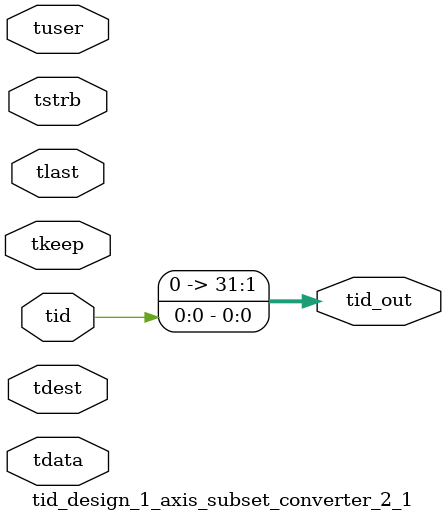
<source format=v>


`timescale 1ps/1ps

module tid_design_1_axis_subset_converter_2_1 #
(
parameter C_S_AXIS_TID_WIDTH   = 1,
parameter C_S_AXIS_TUSER_WIDTH = 0,
parameter C_S_AXIS_TDATA_WIDTH = 0,
parameter C_S_AXIS_TDEST_WIDTH = 0,
parameter C_M_AXIS_TID_WIDTH   = 32
)
(
input  [(C_S_AXIS_TID_WIDTH   == 0 ? 1 : C_S_AXIS_TID_WIDTH)-1:0       ] tid,
input  [(C_S_AXIS_TDATA_WIDTH == 0 ? 1 : C_S_AXIS_TDATA_WIDTH)-1:0     ] tdata,
input  [(C_S_AXIS_TUSER_WIDTH == 0 ? 1 : C_S_AXIS_TUSER_WIDTH)-1:0     ] tuser,
input  [(C_S_AXIS_TDEST_WIDTH == 0 ? 1 : C_S_AXIS_TDEST_WIDTH)-1:0     ] tdest,
input  [(C_S_AXIS_TDATA_WIDTH/8)-1:0 ] tkeep,
input  [(C_S_AXIS_TDATA_WIDTH/8)-1:0 ] tstrb,
input                                                                    tlast,
output [(C_M_AXIS_TID_WIDTH   == 0 ? 1 : C_M_AXIS_TID_WIDTH)-1:0       ] tid_out
);

assign tid_out = {tid[0:0]};

endmodule


</source>
